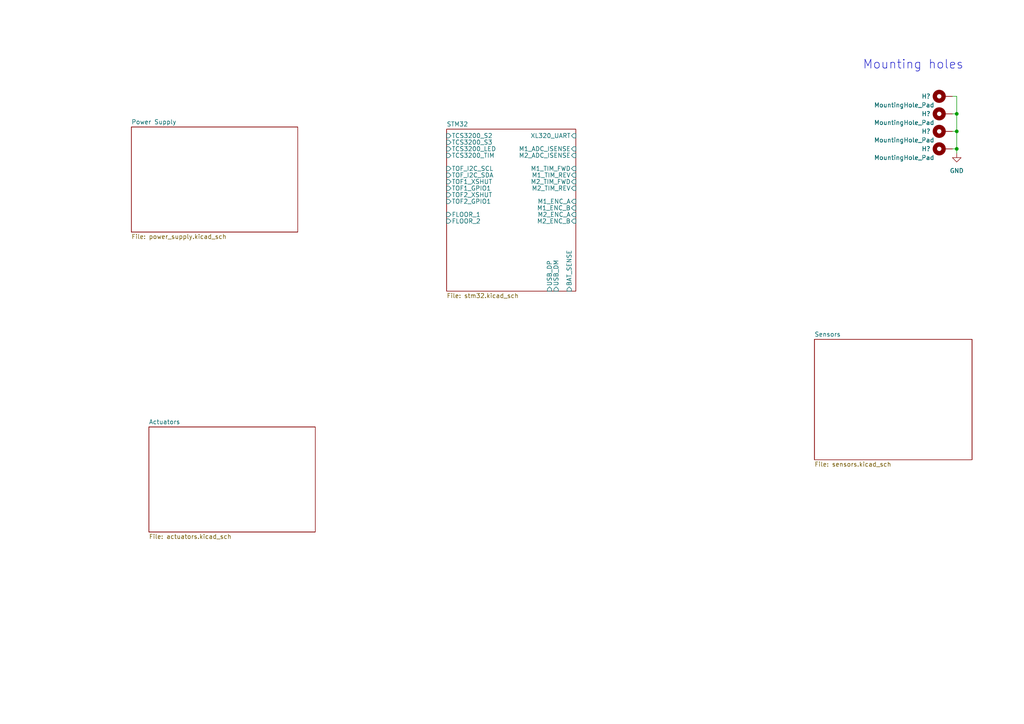
<source format=kicad_sch>
(kicad_sch (version 20211123) (generator eeschema)
  (paper "A4")
  (title_block (title "Robot Bière") (date "2022-04-02") (rev "v1.0") (company "ENSEA"))
  (lib_symbols
    (symbol "Mechanical:MountingHole_Pad" (pin_numbers hide) (pin_names (offset 1.016) hide)
      (property "Reference" "H" (at 0 6.35 0))
      (property "Value" "MountingHole_Pad" (at 0 4.445 0))
      (symbol "MountingHole_Pad_0_1"
        (circle (center 0 1.27) (radius 1.27) (stroke (width 1.27)))
      )
      (symbol "MountingHole_Pad_1_1"
        (pin input line (at 0 -2.54 90) (length 2.54) (name "1") (number "1"))
      )
    )
    (symbol "power:GND" (power) (pin_names (offset 0))
      (property "Value" "GND" (at 0 -3.81 0))
      (symbol "GND_0_1"
        (polyline (pts (xy 0 0) (xy 0 -1.27) (xy 1.27 -1.27) (xy 0 -2.54) (xy -1.27 -1.27) (xy 0 -1.27)))
      )
      (symbol "GND_1_1"
        (pin power_in line (at 0 0 270) (length 0) hide (name "GND") (number "1"))
      )
    )
  )
  (junction (at 277.495 38.1))
  (junction (at 277.495 43.18))
  (junction (at 277.495 33.02))
  (wire (pts (xy 276.225 43.18) (xy 277.495 43.18)))
  (wire (pts (xy 277.495 43.18) (xy 277.495 38.1)))
  (wire (pts (xy 276.225 33.02) (xy 277.495 33.02)))
  (wire (pts (xy 277.495 27.94) (xy 276.225 27.94)))
  (wire (pts (xy 276.225 38.1) (xy 277.495 38.1)))
  (wire (pts (xy 277.495 38.1) (xy 277.495 33.02)))
  (wire (pts (xy 277.495 33.02) (xy 277.495 27.94)))
  (wire (pts (xy 277.495 44.45) (xy 277.495 43.18)))
  (text "Mounting holes" (at 250.19 20.32 0) (effects (font (size 2.54 2.54)) (justify left bottom)))
  (symbol (lib_id "Mechanical:MountingHole_Pad") (at 273.685 33.02 90) (unit 1)
    (property "Reference" "H?" (at 268.605 33.02 90))
    (property "Value" "MountingHole_Pad" (at 262.255 35.56 90))
    (property "Footprint" "MountingHole:MountingHole_3.2mm_M3_Pad_Via" (effects hide))
  )
  (symbol (lib_id "Mechanical:MountingHole_Pad") (at 273.685 43.18 90) (unit 1)
    (property "Reference" "H?" (at 268.605 43.18 90))
    (property "Value" "MountingHole_Pad" (at 262.255 45.72 90))
    (property "Footprint" "MountingHole:MountingHole_3.2mm_M3_Pad_Via" (effects hide))
  )
  (symbol (lib_id "Mechanical:MountingHole_Pad") (at 273.685 38.1 90) (unit 1)
    (property "Reference" "H?" (at 268.605 38.1 90))
    (property "Value" "MountingHole_Pad" (at 262.255 40.64 90))
    (property "Footprint" "MountingHole:MountingHole_3.2mm_M3_Pad_Via" (effects hide))
  )
  (symbol (lib_id "power:GND") (at 277.495 44.45 0) (unit 1)
    (property "Reference" "#PWR?" (effects hide))
    (property "Value" "GND" (at 277.495 49.53 0))
  )
  (symbol (lib_id "Mechanical:MountingHole_Pad") (at 273.685 27.94 90) (unit 1)
    (property "Reference" "H?" (at 268.605 27.94 90))
    (property "Value" "MountingHole_Pad" (at 262.255 30.48 90))
    (property "Footprint" "MountingHole:MountingHole_3.2mm_M3_Pad_Via" (effects hide))
  )
  (sheet (at 38.1 36.83) (size 48.26 30.48) (stroke (width 0.1524))
    (property "Sheet name" "Power Supply" (at 38.1 36.1184 0) (effects (justify left bottom)))
    (property "Sheet file" "power_supply.kicad_sch" (at 38.1 67.8946 0) (effects (justify left top)))
  )
  (sheet (at 43.18 123.825) (size 48.26 30.48) (stroke (width 0.1524))
    (property "Sheet name" "Actuators" (at 43.18 123.1134 0) (effects (justify left bottom)))
    (property "Sheet file" "actuators.kicad_sch" (at 43.18 154.8896 0) (effects (justify left top)))
  )
  (sheet (at 129.54 37.465) (size 37.465 46.99) (stroke (width 0.1524))
    (property "Sheet name" "STM32" (at 129.54 36.7534 0) (effects (justify left bottom)))
    (property "Sheet file" "stm32.kicad_sch" (at 129.54 85.0396 0) (effects (justify left top)))
    (pin "TCS3200_LED" input (at 129.54 43.18 180))
    (pin "BAT_SENSE" input (at 165.1 84.455 270))
    (pin "TCS3200_S2" input (at 129.54 39.37 180))
    (pin "M2_ADC_ISENSE" input (at 167.005 45.085 0))
    (pin "M2_TIM_FWD" input (at 167.005 52.705 0))
    (pin "M2_ENC_B" input (at 167.005 64.135 0))
    (pin "XL320_UART" input (at 167.005 39.37 0))
    (pin "TCS3200_S3" input (at 129.54 41.275 180))
    (pin "TOF1_GPIO1" input (at 129.54 54.61 180))
    (pin "TOF2_XSHUT" input (at 129.54 56.515 180))
    (pin "TCS3200_TIM" input (at 129.54 45.085 180))
    (pin "FLOOR_2" input (at 129.54 64.135 180))
    (pin "TOF2_GPIO1" input (at 129.54 58.42 180))
    (pin "M2_ENC_A" input (at 167.005 62.23 0))
    (pin "USB_DM" input (at 161.29 84.455 270))
    (pin "TOF_I2C_SCL" input (at 129.54 48.895 180))
    (pin "M2_TIM_REV" input (at 167.005 54.61 0))
    (pin "TOF_I2C_SDA" input (at 129.54 50.8 180))
    (pin "USB_DP" input (at 159.385 84.455 270))
    (pin "FLOOR_1" input (at 129.54 62.23 180))
    (pin "M1_ADC_ISENSE" input (at 167.005 43.18 0))
    (pin "M1_TIM_REV" input (at 167.005 50.8 0))
    (pin "TOF1_XSHUT" input (at 129.54 52.705 180))
    (pin "M1_ENC_A" input (at 167.005 58.42 0))
    (pin "M1_TIM_FWD" input (at 167.005 48.895 0))
    (pin "M1_ENC_B" input (at 167.005 60.325 0))
  )
  (sheet (at 236.22 98.425) (size 45.72 34.925) (stroke (width 0.1524))
    (property "Sheet name" "Sensors" (at 236.22 97.7134 0) (effects (justify left bottom)))
    (property "Sheet file" "sensors.kicad_sch" (at 236.22 133.9346 0) (effects (justify left top)))
  )
)
</source>
